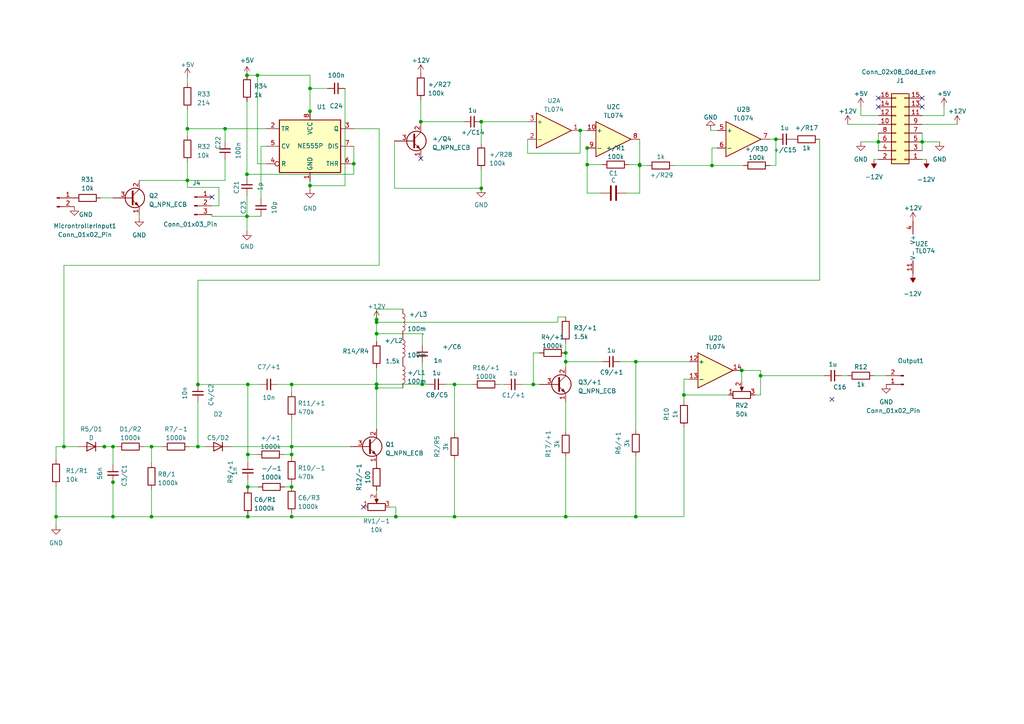
<source format=kicad_sch>
(kicad_sch (version 20230121) (generator eeschema)
  (paper "A4")
  (lib_symbols
    (symbol "Amplifier_Operational:TL074" (pin_names (offset 0.127))
      (property "Reference" "U" (at 0 5.08 0))
      (property "Value" "TL074" (at 0 -5.08 0))
      (symbol "TL074_1_1"
        (polyline (pts (xy -5.08 5.08) (xy 5.08 0) (xy -5.08 -5.08) (xy -5.08 5.08)) (stroke (width 0.254)) (fill (type background)))
        (pin output line (at 7.62 0 180) (length 2.54) (name "~") (number "1"))
        (pin input line (at -7.62 -2.54 0) (length 2.54) (name "-") (number "2"))
        (pin input line (at -7.62 2.54 0) (length 2.54) (name "+") (number "3"))
      )
      (symbol "TL074_2_1"
        (polyline (pts (xy -5.08 5.08) (xy 5.08 0) (xy -5.08 -5.08) (xy -5.08 5.08)) (stroke (width 0.254)) (fill (type background)))
        (pin input line (at -7.62 2.54 0) (length 2.54) (name "+") (number "5"))
        (pin input line (at -7.62 -2.54 0) (length 2.54) (name "-") (number "6"))
        (pin output line (at 7.62 0 180) (length 2.54) (name "~") (number "7"))
      )
      (symbol "TL074_3_1"
        (polyline (pts (xy -5.08 5.08) (xy 5.08 0) (xy -5.08 -5.08) (xy -5.08 5.08)) (stroke (width 0.254)) (fill (type background)))
        (pin input line (at -7.62 2.54 0) (length 2.54) (name "+") (number "10"))
        (pin output line (at 7.62 0 180) (length 2.54) (name "~") (number "8"))
        (pin input line (at -7.62 -2.54 0) (length 2.54) (name "-") (number "9"))
      )
      (symbol "TL074_4_1"
        (polyline (pts (xy -5.08 5.08) (xy 5.08 0) (xy -5.08 -5.08) (xy -5.08 5.08)) (stroke (width 0.254)) (fill (type background)))
        (pin input line (at -7.62 2.54 0) (length 2.54) (name "+") (number "12"))
        (pin input line (at -7.62 -2.54 0) (length 2.54) (name "-") (number "13"))
        (pin output line (at 7.62 0 180) (length 2.54) (name "~") (number "14"))
      )
      (symbol "TL074_5_1"
        (pin power_in line (at -2.54 -7.62 90) (length 3.81) (name "V-") (number "11"))
        (pin power_in line (at -2.54 7.62 270) (length 3.81) (name "V+") (number "4"))
      )
    )
    (symbol "Connector:Conn_01x02_Pin" (pin_names (offset 1.016) hide)
      (property "Reference" "J" (at 0 2.54 0))
      (property "Value" "Conn_01x02_Pin" (at 0 -5.08 0))
      (symbol "Conn_01x02_Pin_1_1"
        (polyline (pts (xy 1.27 -2.54) (xy 0.8636 -2.54)) (stroke (width 0.1524)))
        (polyline (pts (xy 1.27 0) (xy 0.8636 0)) (stroke (width 0.1524)))
        (rectangle (start 0.8636 -2.413) (end 0 -2.667) (stroke (width 0.1524)) (fill (type outline)))
        (rectangle (start 0.8636 0.127) (end 0 -0.127) (stroke (width 0.1524)) (fill (type outline)))
        (pin passive line (at 5.08 0 180) (length 3.81) (name "Pin_1") (number "1"))
        (pin passive line (at 5.08 -2.54 180) (length 3.81) (name "Pin_2") (number "2"))
      )
    )
    (symbol "Connector:Conn_01x03_Pin" (pin_names (offset 1.016) hide)
      (property "Reference" "J" (at 0 5.08 0))
      (property "Value" "Conn_01x03_Pin" (at 0 -5.08 0))
      (symbol "Conn_01x03_Pin_1_1"
        (polyline (pts (xy 1.27 -2.54) (xy 0.8636 -2.54)) (stroke (width 0.1524)))
        (polyline (pts (xy 1.27 0) (xy 0.8636 0)) (stroke (width 0.1524)))
        (polyline (pts (xy 1.27 2.54) (xy 0.8636 2.54)) (stroke (width 0.1524)))
        (rectangle (start 0.8636 -2.413) (end 0 -2.667) (stroke (width 0.1524)) (fill (type outline)))
        (rectangle (start 0.8636 0.127) (end 0 -0.127) (stroke (width 0.1524)) (fill (type outline)))
        (rectangle (start 0.8636 2.667) (end 0 2.413) (stroke (width 0.1524)) (fill (type outline)))
        (pin passive line (at 5.08 2.54 180) (length 3.81) (name "Pin_1") (number "1"))
        (pin passive line (at 5.08 0 180) (length 3.81) (name "Pin_2") (number "2"))
        (pin passive line (at 5.08 -2.54 180) (length 3.81) (name "Pin_3") (number "3"))
      )
    )
    (symbol "Connector_Generic:Conn_02x08_Odd_Even" (pin_names (offset 1.016) hide)
      (property "Reference" "J" (at 1.27 10.16 0))
      (property "Value" "Conn_02x08_Odd_Even" (at 1.27 -12.7 0))
      (symbol "Conn_02x08_Odd_Even_1_1"
        (rectangle (start -1.27 -10.033) (end 0 -10.287) (stroke (width 0.1524)))
        (rectangle (start -1.27 -7.493) (end 0 -7.747) (stroke (width 0.1524)))
        (rectangle (start -1.27 -4.953) (end 0 -5.207) (stroke (width 0.1524)))
        (rectangle (start -1.27 -2.413) (end 0 -2.667) (stroke (width 0.1524)))
        (rectangle (start -1.27 0.127) (end 0 -0.127) (stroke (width 0.1524)))
        (rectangle (start -1.27 2.667) (end 0 2.413) (stroke (width 0.1524)))
        (rectangle (start -1.27 5.207) (end 0 4.953) (stroke (width 0.1524)))
        (rectangle (start -1.27 7.747) (end 0 7.493) (stroke (width 0.1524)))
        (rectangle (start -1.27 8.89) (end 3.81 -11.43) (stroke (width 0.254)) (fill (type background)))
        (rectangle (start 3.81 -10.033) (end 2.54 -10.287) (stroke (width 0.1524)))
        (rectangle (start 3.81 -7.493) (end 2.54 -7.747) (stroke (width 0.1524)))
        (rectangle (start 3.81 -4.953) (end 2.54 -5.207) (stroke (width 0.1524)))
        (rectangle (start 3.81 -2.413) (end 2.54 -2.667) (stroke (width 0.1524)))
        (rectangle (start 3.81 0.127) (end 2.54 -0.127) (stroke (width 0.1524)))
        (rectangle (start 3.81 2.667) (end 2.54 2.413) (stroke (width 0.1524)))
        (rectangle (start 3.81 5.207) (end 2.54 4.953) (stroke (width 0.1524)))
        (rectangle (start 3.81 7.747) (end 2.54 7.493) (stroke (width 0.1524)))
        (pin passive line (at -5.08 7.62 0) (length 3.81) (name "Pin_1") (number "1"))
        (pin passive line (at 7.62 -2.54 180) (length 3.81) (name "Pin_10") (number "10"))
        (pin passive line (at -5.08 -5.08 0) (length 3.81) (name "Pin_11") (number "11"))
        (pin passive line (at 7.62 -5.08 180) (length 3.81) (name "Pin_12") (number "12"))
        (pin passive line (at -5.08 -7.62 0) (length 3.81) (name "Pin_13") (number "13"))
        (pin passive line (at 7.62 -7.62 180) (length 3.81) (name "Pin_14") (number "14"))
        (pin passive line (at -5.08 -10.16 0) (length 3.81) (name "Pin_15") (number "15"))
        (pin passive line (at 7.62 -10.16 180) (length 3.81) (name "Pin_16") (number "16"))
        (pin passive line (at 7.62 7.62 180) (length 3.81) (name "Pin_2") (number "2"))
        (pin passive line (at -5.08 5.08 0) (length 3.81) (name "Pin_3") (number "3"))
        (pin passive line (at 7.62 5.08 180) (length 3.81) (name "Pin_4") (number "4"))
        (pin passive line (at -5.08 2.54 0) (length 3.81) (name "Pin_5") (number "5"))
        (pin passive line (at 7.62 2.54 180) (length 3.81) (name "Pin_6") (number "6"))
        (pin passive line (at -5.08 0 0) (length 3.81) (name "Pin_7") (number "7"))
        (pin passive line (at 7.62 0 180) (length 3.81) (name "Pin_8") (number "8"))
        (pin passive line (at -5.08 -2.54 0) (length 3.81) (name "Pin_9") (number "9"))
      )
    )
    (symbol "Device:C" (pin_numbers hide) (pin_names (offset 0.254))
      (property "Reference" "C" (at 0.635 2.54 0))
      (property "Value" "C" (at 0.635 -2.54 0))
      (symbol "C_0_1"
        (polyline (pts (xy -2.032 -0.762) (xy 2.032 -0.762)) (stroke (width 0.508)))
        (polyline (pts (xy -2.032 0.762) (xy 2.032 0.762)) (stroke (width 0.508)))
      )
      (symbol "C_1_1"
        (pin passive line (at 0 3.81 270) (length 2.794) (name "~") (number "1"))
        (pin passive line (at 0 -3.81 90) (length 2.794) (name "~") (number "2"))
      )
    )
    (symbol "Device:C_Small" (pin_numbers hide) (pin_names (offset 0.254) hide)
      (property "Reference" "C" (at 0.254 1.778 0))
      (property "Value" "C_Small" (at 0.254 -2.032 0))
      (symbol "C_Small_0_1"
        (polyline (pts (xy -1.524 -0.508) (xy 1.524 -0.508)) (stroke (width 0.3302)))
        (polyline (pts (xy -1.524 0.508) (xy 1.524 0.508)) (stroke (width 0.3048)))
      )
      (symbol "C_Small_1_1"
        (pin passive line (at 0 2.54 270) (length 2.032) (name "~") (number "1"))
        (pin passive line (at 0 -2.54 90) (length 2.032) (name "~") (number "2"))
      )
    )
    (symbol "Device:D" (pin_numbers hide) (pin_names (offset 1.016) hide)
      (property "Reference" "D" (at 0 2.54 0))
      (property "Value" "D" (at 0 -2.54 0))
      (symbol "D_0_1"
        (polyline (pts (xy -1.27 1.27) (xy -1.27 -1.27)) (stroke (width 0.254)))
        (polyline (pts (xy 1.27 0) (xy -1.27 0)))
        (polyline (pts (xy 1.27 1.27) (xy 1.27 -1.27) (xy -1.27 0) (xy 1.27 1.27)) (stroke (width 0.254)))
      )
      (symbol "D_1_1"
        (pin passive line (at -3.81 0 0) (length 2.54) (name "K") (number "1"))
        (pin passive line (at 3.81 0 180) (length 2.54) (name "A") (number "2"))
      )
    )
    (symbol "Device:L" (pin_numbers hide) (pin_names (offset 1.016) hide)
      (property "Reference" "L" (at -1.27 0 90))
      (property "Value" "L" (at 1.905 0 90))
      (symbol "L_0_1"
        (arc (start 0 -2.54) (mid 0.6323 -1.905) (end 0 -1.27))
        (arc (start 0 -1.27) (mid 0.6323 -0.635) (end 0 0))
        (arc (start 0 0) (mid 0.6323 0.635) (end 0 1.27))
        (arc (start 0 1.27) (mid 0.6323 1.905) (end 0 2.54))
      )
      (symbol "L_1_1"
        (pin passive line (at 0 3.81 270) (length 1.27) (name "1") (number "1"))
        (pin passive line (at 0 -3.81 90) (length 1.27) (name "2") (number "2"))
      )
    )
    (symbol "Device:Q_NPN_ECB" (pin_names (offset 0) hide)
      (property "Reference" "Q" (at 5.08 1.27 0))
      (property "Value" "Q_NPN_ECB" (at 5.08 -1.27 0))
      (symbol "Q_NPN_ECB_0_1"
        (polyline (pts (xy 0.635 0.635) (xy 2.54 2.54)))
        (polyline (pts (xy 0.635 -0.635) (xy 2.54 -2.54) (xy 2.54 -2.54)))
        (polyline (pts (xy 0.635 1.905) (xy 0.635 -1.905) (xy 0.635 -1.905)) (stroke (width 0.508)))
        (polyline (pts (xy 1.27 -1.778) (xy 1.778 -1.27) (xy 2.286 -2.286) (xy 1.27 -1.778) (xy 1.27 -1.778)) (fill (type outline)))
        (circle (center 1.27 0) (radius 2.8194) (stroke (width 0.254)))
      )
      (symbol "Q_NPN_ECB_1_1"
        (pin passive line (at 2.54 -5.08 90) (length 2.54) (name "E") (number "1"))
        (pin passive line (at 2.54 5.08 270) (length 2.54) (name "C") (number "2"))
        (pin passive line (at -5.08 0 0) (length 5.715) (name "B") (number "3"))
      )
    )
    (symbol "Device:R" (pin_numbers hide) (pin_names (offset 0))
      (property "Reference" "R" (at 2.032 0 90))
      (property "Value" "R" (at 0 0 90))
      (symbol "R_0_1"
        (rectangle (start -1.016 -2.54) (end 1.016 2.54) (stroke (width 0.254)))
      )
      (symbol "R_1_1"
        (pin passive line (at 0 3.81 270) (length 1.27) (name "~") (number "1"))
        (pin passive line (at 0 -3.81 90) (length 1.27) (name "~") (number "2"))
      )
    )
    (symbol "Device:R_Potentiometer" (pin_names (offset 1.016) hide)
      (property "Reference" "RV" (at -4.445 0 90))
      (property "Value" "R_Potentiometer" (at -2.54 0 90))
      (symbol "R_Potentiometer_0_1"
        (polyline (pts (xy 2.54 0) (xy 1.524 0)))
        (polyline (pts (xy 1.143 0) (xy 2.286 0.508) (xy 2.286 -0.508) (xy 1.143 0)) (fill (type outline)))
        (rectangle (start 1.016 2.54) (end -1.016 -2.54) (stroke (width 0.254)))
      )
      (symbol "R_Potentiometer_1_1"
        (pin passive line (at 0 3.81 270) (length 1.27) (name "1") (number "1"))
        (pin passive line (at 3.81 0 180) (length 1.27) (name "2") (number "2"))
        (pin passive line (at 0 -3.81 90) (length 1.27) (name "3") (number "3"))
      )
    )
    (symbol "Timer:NE555P"
      (property "Reference" "U" (at -10.16 8.89 0))
      (property "Value" "NE555P" (at 2.54 8.89 0))
      (symbol "NE555P_0_0"
        (pin power_in line (at 0 -10.16 90) (length 2.54) (name "GND") (number "1"))
        (pin power_in line (at 0 10.16 270) (length 2.54) (name "VCC") (number "8"))
      )
      (symbol "NE555P_0_1"
        (rectangle (start -8.89 -7.62) (end 8.89 7.62) (stroke (width 0.254)) (fill (type background)))
        (rectangle (start -8.89 -7.62) (end 8.89 7.62) (stroke (width 0.254)) (fill (type background)))
      )
      (symbol "NE555P_1_1"
        (pin input line (at -12.7 5.08 0) (length 3.81) (name "TR") (number "2"))
        (pin output line (at 12.7 5.08 180) (length 3.81) (name "Q") (number "3"))
        (pin input inverted (at -12.7 -5.08 0) (length 3.81) (name "R") (number "4"))
        (pin input line (at -12.7 0 0) (length 3.81) (name "CV") (number "5"))
        (pin input line (at 12.7 -5.08 180) (length 3.81) (name "THR") (number "6"))
        (pin input line (at 12.7 0 180) (length 3.81) (name "DIS") (number "7"))
      )
    )
    (symbol "power:+12V" (power) (pin_names (offset 0))
      (property "Value" "+12V" (at 0 3.556 0))
      (symbol "+12V_0_1"
        (polyline (pts (xy -0.762 1.27) (xy 0 2.54)))
        (polyline (pts (xy 0 0) (xy 0 2.54)))
        (polyline (pts (xy 0 2.54) (xy 0.762 1.27)))
      )
      (symbol "+12V_1_1"
        (pin power_in line (at 0 0 90) (length 0) hide (name "+12V") (number "1"))
      )
    )
    (symbol "power:+5V" (power) (pin_names (offset 0))
      (property "Value" "+5V" (at 0 3.556 0))
      (symbol "+5V_0_1"
        (polyline (pts (xy -0.762 1.27) (xy 0 2.54)))
        (polyline (pts (xy 0 0) (xy 0 2.54)))
        (polyline (pts (xy 0 2.54) (xy 0.762 1.27)))
      )
      (symbol "+5V_1_1"
        (pin power_in line (at 0 0 90) (length 0) hide (name "+5V") (number "1"))
      )
    )
    (symbol "power:-12V" (power) (pin_names (offset 0))
      (property "Value" "-12V" (at 0 3.81 0))
      (symbol "-12V_0_0"
        (pin power_in line (at 0 0 90) (length 0) hide (name "-12V") (number "1"))
      )
      (symbol "-12V_0_1"
        (polyline (pts (xy 0 0) (xy 0 1.27) (xy 0.762 1.27) (xy 0 2.54) (xy -0.762 1.27) (xy 0 1.27)) (fill (type outline)))
      )
    )
    (symbol "power:GND" (power) (pin_names (offset 0))
      (property "Value" "GND" (at 0 -3.81 0))
      (symbol "GND_0_1"
        (polyline (pts (xy 0 0) (xy 0 -1.27) (xy 1.27 -1.27) (xy 0 -2.54) (xy -1.27 -1.27) (xy 0 -1.27)))
      )
      (symbol "GND_1_1"
        (pin power_in line (at 0 0 270) (length 0) hide (name "GND") (number "1"))
      )
    )
  )
  (junction (at 71.882 111.506))
  (junction (at 170.307 47.752))
  (junction (at 16.256 149.86))
  (junction (at 54.356 37.338))
  (junction (at 109.22 112.522))
  (junction (at 32.766 129.54))
  (junction (at 267.462 41.148))
  (junction (at 184.404 104.902))
  (junction (at 109.22 92.71))
  (junction (at 57.404 129.54))
  (junction (at 57.404 111.506))
  (junction (at 185.547 47.752))
  (junction (at 74.676 21.844))
  (junction (at 43.942 129.54))
  (junction (at 215.138 107.442))
  (junction (at 43.942 149.86))
  (junction (at 71.882 149.86))
  (junction (at 54.356 52.324))
  (junction (at 18.542 129.54))
  (junction (at 71.882 141.224))
  (junction (at 71.628 21.844))
  (junction (at 131.826 111.506))
  (junction (at 154.686 111.506))
  (junction (at 65.278 37.338))
  (junction (at 71.628 50.546))
  (junction (at 109.22 93.472))
  (junction (at 164.084 102.362))
  (junction (at 32.766 139.8524))
  (junction (at 254.762 41.148))
  (junction (at 122.047 35.306))
  (junction (at 198.374 114.554))
  (junction (at 71.882 131.826))
  (junction (at 84.582 131.826))
  (junction (at 122.4788 111.4552))
  (junction (at 184.404 149.86))
  (junction (at 84.582 149.86))
  (junction (at 89.916 25.654))
  (junction (at 84.582 111.506))
  (junction (at 225.044 40.386))
  (junction (at 168.275 37.846))
  (junction (at 220.599 108.966))
  (junction (at 84.582 129.54))
  (junction (at 131.826 149.86))
  (junction (at 109.22 96.774))
  (junction (at 164.084 104.902))
  (junction (at 30.2768 129.54))
  (junction (at 206.502 48.006))
  (junction (at 139.573 35.306))
  (junction (at 102.616 47.498))
  (junction (at 89.916 32.258))
  (junction (at 139.573 54.61))
  (junction (at 170.307 42.926))
  (junction (at 89.916 53.848))
  (junction (at 109.22 111.4552))
  (junction (at 109.22 111.506))
  (junction (at 185.547 48.006))
  (junction (at 164.084 149.86))
  (junction (at 71.628 62.738))
  (junction (at 32.766 149.86))
  (junction (at 84.582 141.224))
  (junction (at 114.808 149.86))
  (no_connect (at 254.762 28.448))
  (no_connect (at 267.462 28.448))
  (no_connect (at 267.462 30.988))
  (no_connect (at 122.047 45.974))
  (no_connect (at 241.3 115.824))
  (no_connect (at 105.41 147.066))
  (no_connect (at 61.468 57.15))
  (no_connect (at 254.762 30.988))
  (wire (pts (xy 184.404 132.334) (xy 184.404 149.86)))
  (wire (pts (xy 184.404 104.902) (xy 179.832 104.902)))
  (wire (pts (xy 109.22 111.506) (xy 109.22 112.522)))
  (wire (pts (xy 122.4788 111.4552) (xy 124.1044 111.4552)))
  (wire (pts (xy 54.356 37.338) (xy 54.356 39.37)))
  (wire (pts (xy 40.386 52.324) (xy 54.356 52.324)))
  (wire (pts (xy 114.427 54.61) (xy 139.573 54.61)))
  (wire (pts (xy 170.307 42.926) (xy 170.307 47.752)))
  (wire (pts (xy 84.582 149.86) (xy 114.808 149.86)))
  (wire (pts (xy 109.22 106.68) (xy 109.22 111.4552)))
  (wire (pts (xy 168.275 44.45) (xy 168.275 37.846)))
  (wire (pts (xy 122.7328 97.028) (xy 122.7328 96.774)))
  (wire (pts (xy 164.084 102.362) (xy 164.084 104.902)))
  (wire (pts (xy 198.374 114.554) (xy 211.328 114.554)))
  (wire (pts (xy 109.982 76.962) (xy 18.542 76.962)))
  (wire (pts (xy 198.374 109.982) (xy 199.898 109.982)))
  (wire (pts (xy 32.766 139.7) (xy 32.766 139.8524)))
  (wire (pts (xy 198.374 109.982) (xy 198.374 114.554)))
  (wire (pts (xy 254.762 41.148) (xy 254.762 43.688)))
  (wire (pts (xy 122.4788 97.028) (xy 122.4788 100.1268)))
  (wire (pts (xy 84.582 129.54) (xy 101.6 129.54)))
  (wire (pts (xy 43.942 141.986) (xy 43.942 149.86)))
  (wire (pts (xy 89.916 21.844) (xy 74.676 21.844)))
  (wire (pts (xy 102.616 42.418) (xy 102.616 47.498)))
  (wire (pts (xy 134.493 35.306) (xy 122.047 35.306)))
  (wire (pts (xy 71.628 62.738) (xy 71.628 67.056)))
  (wire (pts (xy 131.826 133.35) (xy 131.826 149.86)))
  (wire (pts (xy 16.256 149.86) (xy 32.766 149.86)))
  (wire (pts (xy 75.692 57.658) (xy 75.692 42.418)))
  (wire (pts (xy 100.076 53.848) (xy 89.916 53.848)))
  (wire (pts (xy 71.628 62.738) (xy 75.692 62.738)))
  (wire (pts (xy 40.386 62.484) (xy 40.386 63.119)))
  (wire (pts (xy 89.916 53.848) (xy 89.916 54.864)))
  (wire (pts (xy 61.468 62.23) (xy 61.468 62.738)))
  (wire (pts (xy 249.682 33.528) (xy 254.762 33.528)))
  (wire (pts (xy 102.616 50.546) (xy 102.616 47.498)))
  (wire (pts (xy 32.766 129.54) (xy 32.766 134.7724)))
  (wire (pts (xy 80.518 111.506) (xy 84.582 111.506)))
  (wire (pts (xy 174.117 56.007) (xy 170.307 56.007)))
  (wire (pts (xy 168.275 37.846) (xy 170.307 37.846)))
  (wire (pts (xy 237.744 40.386) (xy 237.744 81.28)))
  (wire (pts (xy 253.492 46.228) (xy 254.762 46.228)))
  (wire (pts (xy 153.035 44.45) (xy 168.275 44.45)))
  (wire (pts (xy 206.502 42.926) (xy 206.502 48.006)))
  (wire (pts (xy 75.692 42.418) (xy 77.216 42.418)))
  (wire (pts (xy 245.872 36.068) (xy 254.762 36.068)))
  (wire (pts (xy 43.942 129.54) (xy 43.942 134.366)))
  (wire (pts (xy 170.307 42.672) (xy 170.307 42.926)))
  (wire (pts (xy 185.547 40.386) (xy 185.547 47.752)))
  (wire (pts (xy 54.356 46.99) (xy 54.356 52.324)))
  (wire (pts (xy 220.599 107.442) (xy 220.599 108.966)))
  (wire (pts (xy 137.16 111.506) (xy 131.826 111.506)))
  (wire (pts (xy 185.547 56.007) (xy 181.737 56.007)))
  (wire (pts (xy 185.547 48.006) (xy 187.833 48.006)))
  (wire (pts (xy 30.226 129.54) (xy 30.2768 129.54)))
  (wire (pts (xy 144.78 111.506) (xy 146.304 111.506)))
  (wire (pts (xy 184.404 124.714) (xy 184.404 104.902)))
  (wire (pts (xy 71.628 50.546) (xy 71.628 51.562)))
  (wire (pts (xy 218.948 114.554) (xy 220.599 114.554)))
  (wire (pts (xy 43.942 149.86) (xy 71.882 149.86)))
  (wire (pts (xy 89.916 32.258) (xy 89.916 34.29)))
  (wire (pts (xy 182.372 47.752) (xy 185.547 47.752)))
  (wire (pts (xy 71.882 131.826) (xy 71.882 134.112)))
  (wire (pts (xy 84.582 111.506) (xy 109.22 111.506)))
  (wire (pts (xy 71.882 149.352) (xy 71.882 149.86)))
  (wire (pts (xy 63.5 54.356) (xy 63.5 59.69)))
  (wire (pts (xy 16.256 149.86) (xy 16.256 152.4)))
  (wire (pts (xy 32.766 139.8524) (xy 32.766 149.86)))
  (wire (pts (xy 84.582 111.506) (xy 84.582 113.792)))
  (wire (pts (xy 54.356 22.352) (xy 54.356 24.13)))
  (wire (pts (xy 139.573 35.306) (xy 153.035 35.306)))
  (wire (pts (xy 41.656 129.54) (xy 43.942 129.54)))
  (wire (pts (xy 153.035 40.386) (xy 153.035 44.45)))
  (wire (pts (xy 223.266 48.006) (xy 225.044 48.006)))
  (wire (pts (xy 225.044 40.386) (xy 225.044 48.006)))
  (wire (pts (xy 71.882 111.506) (xy 75.438 111.506)))
  (wire (pts (xy 84.582 131.826) (xy 84.582 132.588)))
  (wire (pts (xy 71.882 149.86) (xy 84.582 149.86)))
  (wire (pts (xy 164.084 104.902) (xy 174.752 104.902)))
  (wire (pts (xy 74.676 21.844) (xy 71.628 21.844)))
  (wire (pts (xy 113.03 147.066) (xy 114.808 147.066)))
  (wire (pts (xy 215.138 107.442) (xy 220.599 107.442)))
  (wire (pts (xy 151.384 111.506) (xy 154.686 111.506)))
  (wire (pts (xy 114.808 147.066) (xy 114.808 149.86)))
  (wire (pts (xy 109.22 89.662) (xy 109.22 92.71)))
  (wire (pts (xy 109.22 96.774) (xy 122.7328 96.774)))
  (wire (pts (xy 32.766 149.86) (xy 43.942 149.86)))
  (wire (pts (xy 185.547 47.752) (xy 185.547 48.006)))
  (wire (pts (xy 267.462 36.068) (xy 277.622 36.068)))
  (wire (pts (xy 71.882 141.224) (xy 74.93 141.224)))
  (wire (pts (xy 114.427 40.894) (xy 114.427 54.61)))
  (wire (pts (xy 65.278 41.148) (xy 65.278 37.338)))
  (wire (pts (xy 198.374 114.554) (xy 198.374 116.332)))
  (wire (pts (xy 109.22 92.71) (xy 109.22 93.472)))
  (wire (pts (xy 215.138 107.442) (xy 215.138 110.744)))
  (wire (pts (xy 131.826 111.4552) (xy 131.826 111.506)))
  (wire (pts (xy 122.4788 105.2068) (xy 122.4788 111.4552)))
  (wire (pts (xy 77.216 47.498) (xy 74.676 47.498)))
  (wire (pts (xy 254.762 38.608) (xy 254.762 41.148)))
  (wire (pts (xy 170.307 56.007) (xy 170.307 47.752)))
  (wire (pts (xy 129.1844 111.4552) (xy 131.826 111.4552)))
  (wire (pts (xy 84.582 140.208) (xy 84.582 141.224)))
  (wire (pts (xy 122.7328 97.028) (xy 122.4788 97.028)))
  (wire (pts (xy 67.056 129.54) (xy 84.582 129.54)))
  (wire (pts (xy 161.798 91.948) (xy 164.084 91.948)))
  (wire (pts (xy 63.5 59.69) (xy 61.468 59.69)))
  (wire (pts (xy 109.22 93.472) (xy 161.798 93.472)))
  (wire (pts (xy 206.502 42.926) (xy 208.026 42.926)))
  (wire (pts (xy 109.22 112.522) (xy 109.22 124.46)))
  (wire (pts (xy 65.278 37.338) (xy 77.216 37.338)))
  (wire (pts (xy 114.808 149.86) (xy 131.826 149.86)))
  (wire (pts (xy 74.676 131.826) (xy 71.882 131.826)))
  (wire (pts (xy 18.542 129.54) (xy 22.6568 129.54)))
  (wire (pts (xy 57.404 129.54) (xy 59.436 129.54)))
  (wire (pts (xy 184.404 149.86) (xy 164.084 149.86)))
  (wire (pts (xy 249.682 41.148) (xy 254.762 41.148)))
  (wire (pts (xy 71.882 139.192) (xy 71.882 141.224)))
  (wire (pts (xy 139.573 35.306) (xy 139.573 41.656)))
  (wire (pts (xy 164.084 132.588) (xy 164.084 149.86)))
  (wire (pts (xy 109.982 37.338) (xy 109.982 76.962)))
  (wire (pts (xy 89.916 52.578) (xy 89.916 53.848)))
  (wire (pts (xy 57.404 81.28) (xy 57.404 111.506)))
  (wire (pts (xy 89.916 21.844) (xy 89.916 25.654)))
  (wire (pts (xy 198.374 149.86) (xy 184.404 149.86)))
  (wire (pts (xy 30.2768 129.54) (xy 32.766 129.54)))
  (wire (pts (xy 109.22 112.522) (xy 116.84 112.522)))
  (wire (pts (xy 65.278 46.228) (xy 65.278 52.324)))
  (wire (pts (xy 57.404 111.506) (xy 71.882 111.506)))
  (wire (pts (xy 164.084 99.568) (xy 164.084 102.362)))
  (wire (pts (xy 267.462 41.148) (xy 272.542 41.148)))
  (wire (pts (xy 54.356 52.324) (xy 54.356 54.356)))
  (wire (pts (xy 116.84 89.662) (xy 109.22 89.662)))
  (wire (pts (xy 54.356 54.356) (xy 63.5 54.356)))
  (wire (pts (xy 206.121 37.846) (xy 206.121 37.592)))
  (wire (pts (xy 122.047 28.956) (xy 122.047 35.306)))
  (wire (pts (xy 94.996 25.654) (xy 89.916 25.654)))
  (wire (pts (xy 122.047 35.306) (xy 122.047 35.814)))
  (wire (pts (xy 208.026 37.846) (xy 206.121 37.846)))
  (wire (pts (xy 161.798 93.472) (xy 161.798 91.948)))
  (wire (pts (xy 206.502 48.006) (xy 215.646 48.006)))
  (wire (pts (xy 61.468 62.738) (xy 71.628 62.738)))
  (wire (pts (xy 109.22 111.4552) (xy 122.4788 111.4552)))
  (wire (pts (xy 109.22 96.774) (xy 109.22 99.06)))
  (wire (pts (xy 84.582 148.844) (xy 84.582 149.86)))
  (wire (pts (xy 185.547 48.006) (xy 185.547 56.007)))
  (wire (pts (xy 154.686 102.362) (xy 154.686 111.506)))
  (wire (pts (xy 71.882 141.732) (xy 71.882 141.224)))
  (wire (pts (xy 164.084 116.586) (xy 164.084 124.968)))
  (wire (pts (xy 84.582 129.54) (xy 84.582 131.826)))
  (wire (pts (xy 273.812 33.528) (xy 273.812 30.988)))
  (wire (pts (xy 267.462 38.608) (xy 267.462 41.148)))
  (wire (pts (xy 220.599 108.966) (xy 220.599 114.554)))
  (wire (pts (xy 267.462 41.148) (xy 267.462 43.688)))
  (wire (pts (xy 82.296 131.826) (xy 84.582 131.826)))
  (wire (pts (xy 267.462 33.528) (xy 273.812 33.528)))
  (wire (pts (xy 54.864 129.54) (xy 57.404 129.54)))
  (wire (pts (xy 237.744 81.28) (xy 57.404 81.28)))
  (wire (pts (xy 16.256 129.54) (xy 16.256 133.35)))
  (wire (pts (xy 74.676 21.844) (xy 74.676 47.498)))
  (wire (pts (xy 100.076 25.654) (xy 100.076 53.848)))
  (wire (pts (xy 223.266 40.386) (xy 225.044 40.386)))
  (wire (pts (xy 89.916 25.654) (xy 89.916 32.258)))
  (wire (pts (xy 253.492 108.966) (xy 257.048 108.966)))
  (wire (pts (xy 43.942 129.54) (xy 47.244 129.54)))
  (wire (pts (xy 109.22 93.472) (xy 109.22 96.774)))
  (wire (pts (xy 16.256 129.54) (xy 18.542 129.54)))
  (wire (pts (xy 71.628 50.546) (xy 102.616 50.546)))
  (wire (pts (xy 57.404 116.586) (xy 57.404 129.54)))
  (wire (pts (xy 131.826 111.506) (xy 131.826 125.73)))
  (wire (pts (xy 244.094 108.966) (xy 245.872 108.966)))
  (wire (pts (xy 54.356 52.324) (xy 65.278 52.324)))
  (wire (pts (xy 71.628 29.464) (xy 71.628 50.546)))
  (wire (pts (xy 154.686 111.506) (xy 156.464 111.506)))
  (wire (pts (xy 198.374 123.952) (xy 198.374 149.86)))
  (wire (pts (xy 267.462 46.228) (xy 268.732 46.228)))
  (wire (pts (xy 109.22 111.4552) (xy 109.22 111.506)))
  (wire (pts (xy 102.616 37.338) (xy 109.982 37.338)))
  (wire (pts (xy 16.256 140.97) (xy 16.256 149.86)))
  (wire (pts (xy 82.55 141.224) (xy 84.582 141.224)))
  (wire (pts (xy 164.084 149.86) (xy 131.826 149.86)))
  (wire (pts (xy 249.682 30.988) (xy 249.682 33.528)))
  (wire (pts (xy 18.542 76.962) (xy 18.542 129.54)))
  (wire (pts (xy 29.21 57.404) (xy 32.766 57.404)))
  (wire (pts (xy 71.882 111.506) (xy 71.882 131.826)))
  (wire (pts (xy 54.356 31.75) (xy 54.356 37.338)))
  (wire (pts (xy 139.573 49.276) (xy 139.573 54.61)))
  (wire (pts (xy 220.599 108.966) (xy 239.014 108.966)))
  (wire (pts (xy 170.307 47.752) (xy 174.752 47.752)))
  (wire (pts (xy 184.404 104.902) (xy 199.898 104.902)))
  (wire (pts (xy 71.628 56.642) (xy 71.628 62.738)))
  (wire (pts (xy 164.084 104.902) (xy 164.084 106.426)))
  (wire (pts (xy 65.278 37.338) (xy 54.356 37.338)))
  (wire (pts (xy 156.464 102.362) (xy 154.686 102.362)))
  (wire (pts (xy 84.582 121.412) (xy 84.582 129.54)))
  (wire (pts (xy 109.22 142.24) (xy 109.22 143.256)))
  (wire (pts (xy 32.766 129.54) (xy 34.036 129.54)))
  (wire (pts (xy 195.453 48.006) (xy 206.502 48.006)))
  (symbol (lib_id "Device:R_Potentiometer") (at 215.138 114.554 90) (unit 1)
    (property "Reference" "RV2" (at 215.138 117.602 90))
    (property "Value" "50k" (at 215.138 120.142 90))
    (property "Footprint" "Connector_JST:JST_EH_S3B-EH_1x03_P2.50mm_Horizontal" (effects hide))
  )
  (symbol (lib_id "Device:L") (at 116.84 108.712 0) (unit 1)
    (property "Reference" "+/L1" (at 118.11 108.077 0) (effects (justify left)))
    (property "Value" "100m" (at 118.11 110.617 0) (effects (justify left)))
    (property "Footprint" "Inductor_THT:L_Radial_D12.0mm_P6.00mm_Murata_1900R" (effects hide))
  )
  (symbol (lib_id "Device:R") (at 122.047 25.146 0) (unit 1)
    (property "Reference" "+/R27" (at 124.079 24.511 0) (effects (justify left)))
    (property "Value" "100k" (at 124.079 27.051 0) (effects (justify left)))
    (property "Footprint" "Resistor_SMD:R_1206_3216Metric_Pad1.30x1.75mm_HandSolder" (effects hide))
  )
  (symbol (lib_id "power:+5V") (at 54.356 22.352 0) (unit 1)
    (property "Reference" "#PWR015" (effects hide))
    (property "Value" "+5V" (at 54.356 18.796 0))
  )
  (symbol (lib_id "Connector_Generic:Conn_02x08_Odd_Even") (at 262.382 38.608 180) (unit 1)
    (property "Reference" "J1" (at 261.112 23.368 0))
    (property "Value" "Conn_02x08_Odd_Even" (at 260.7056 20.8788 0))
    (property "Footprint" "Connector_IDC:IDC-Header_2x08_P2.54mm_Vertical_SMD" (effects hide))
  )
  (symbol (lib_id "power:+5V") (at 71.628 21.844 0) (unit 1)
    (property "Reference" "#PWR013" (effects hide))
    (property "Value" "+5V" (at 71.628 17.526 0))
  )
  (symbol (lib_id "Amplifier_Operational:TL074") (at 267.335 71.755 0) (unit 5)
    (property "Reference" "U2" (at 265.43 70.731 0) (effects (justify left)))
    (property "Value" "TL074" (at 265.43 72.779 0) (effects (justify left)))
    (property "Datasheet" "http://www.ti.com/lit/ds/symlink/tl071.pdf" (effects hide))
  )
  (symbol (lib_id "Device:R") (at 184.404 128.524 180) (unit 1)
    (property "Reference" "R6/+1" (at 179.324 128.524 90))
    (property "Value" "3k" (at 181.864 128.524 90))
    (property "Footprint" "Resistor_SMD:R_1206_3216Metric_Pad1.30x1.75mm_HandSolder" (effects hide))
  )
  (symbol (lib_id "Device:C_Small") (at 241.554 108.966 90) (unit 1)
    (property "Reference" "C16" (at 243.586 112.268 90))
    (property "Value" "1u" (at 241.5603 105.664 90))
    (property "Footprint" "Capacitor_SMD:C_1206_3216Metric_Pad1.33x1.80mm_HandSolder" (effects hide))
  )
  (symbol (lib_id "Device:R") (at 51.054 129.54 90) (unit 1)
    (property "Reference" "R7/-1" (at 51.054 124.46 90))
    (property "Value" "1000k" (at 51.054 127 90))
    (property "Footprint" "Resistor_SMD:R_1206_3216Metric_Pad1.30x1.75mm_HandSolder" (effects hide))
  )
  (symbol (lib_id "power:GND") (at 139.573 54.61 0) (unit 1)
    (property "Reference" "#PWR022" (effects hide))
    (property "Value" "GND" (at 139.573 59.436 0))
  )
  (symbol (lib_id "Device:Q_NPN_ECB") (at 37.846 57.404 0) (unit 1)
    (property "Reference" "Q2" (at 43.18 56.769 0) (effects (justify left)))
    (property "Value" "Q_NPN_ECB" (at 43.18 59.309 0) (effects (justify left)))
    (property "Footprint" "Package_TO_SOT_SMD:SOT-23-3" (effects hide))
  )
  (symbol (lib_id "Device:R") (at 78.74 141.224 270) (unit 1)
    (property "Reference" "-/-1" (at 78.74 135.89 90))
    (property "Value" "1000k" (at 78.74 138.43 90))
    (property "Footprint" "Resistor_SMD:R_1206_3216Metric_Pad1.30x1.75mm_HandSolder" (effects hide))
  )
  (symbol (lib_id "Device:Q_NPN_ECB") (at 119.507 40.894 0) (unit 1)
    (property "Reference" "+/Q4" (at 125.349 40.259 0) (effects (justify left)))
    (property "Value" "Q_NPN_ECB" (at 125.349 42.799 0) (effects (justify left)))
    (property "Footprint" "Package_TO_SOT_SMD:SOT-23-3" (effects hide))
  )
  (symbol (lib_id "power:GND") (at 272.542 41.148 0) (unit 1)
    (property "Reference" "#PWR04" (effects hide))
    (property "Value" "GND" (at 272.542 46.228 0))
  )
  (symbol (lib_id "Device:R") (at 71.882 145.542 0) (unit 1)
    (property "Reference" "C6/R1" (at 73.66 144.907 0) (effects (justify left)))
    (property "Value" "1000k" (at 73.66 147.447 0) (effects (justify left)))
    (property "Footprint" "Resistor_SMD:R_1206_3216Metric_Pad1.30x1.75mm_HandSolder" (effects hide))
  )
  (symbol (lib_id "Device:R") (at 191.643 48.006 90) (unit 1)
    (property "Reference" "+/R29" (at 191.897 50.8 90))
    (property "Value" "1k" (at 191.643 45.466 90))
    (property "Footprint" "Resistor_SMD:R_1206_3216Metric_Pad1.30x1.75mm_HandSolder" (effects hide))
  )
  (symbol (lib_id "Device:C_Small") (at 227.584 40.386 90) (unit 1)
    (property "Reference" "+/C15" (at 227.6856 43.4848 90))
    (property "Value" "1u" (at 227.5903 37.084 90))
    (property "Footprint" "Capacitor_SMD:C_1206_3216Metric_Pad1.33x1.80mm_HandSolder" (effects hide))
  )
  (symbol (lib_id "Device:C_Small") (at 122.4788 102.6668 0) (unit 1)
    (property "Reference" "+/C6" (at 128.27 100.584 0) (effects (justify left)))
    (property "Value" "1n" (at 125.73 104.5781 0) (effects (justify left)))
    (property "Footprint" "Capacitor_SMD:C_1206_3216Metric_Pad1.33x1.80mm_HandSolder" (effects hide))
  )
  (symbol (lib_id "power:-12V") (at 253.492 46.228 180) (unit 1)
    (property "Reference" "#PWR01" (effects hide))
    (property "Value" "-12V" (at 253.492 51.308 0))
  )
  (symbol (lib_id "power:GND") (at 21.59 59.944 0) (unit 1)
    (property "Reference" "#PWR020" (effects hide))
    (property "Value" "GND" (at 24.892 62.23 0))
  )
  (symbol (lib_id "Device:R") (at 25.4 57.404 90) (unit 1)
    (property "Reference" "R31" (at 25.4 52.07 90))
    (property "Value" "10k" (at 25.4 54.61 90))
    (property "Footprint" "Resistor_SMD:R_1206_3216Metric_Pad1.30x1.75mm_HandSolder" (effects hide))
  )
  (symbol (lib_id "Device:C_Small") (at 65.278 43.688 180) (unit 1)
    (property "Reference" "C22" (at 63.246 41.402 90))
    (property "Value" "100n" (at 69.088 43.688 90))
    (property "Footprint" "Capacitor_SMD:C_1206_3216Metric_Pad1.33x1.80mm_HandSolder" (effects hide))
  )
  (symbol (lib_id "Device:R") (at 84.582 145.034 0) (unit 1)
    (property "Reference" "C6/R3" (at 86.36 144.399 0) (effects (justify left)))
    (property "Value" "1000k" (at 86.36 146.939 0) (effects (justify left)))
    (property "Footprint" "Resistor_SMD:R_1206_3216Metric_Pad1.30x1.75mm_HandSolder" (effects hide))
  )
  (symbol (lib_id "Device:R") (at 131.826 129.54 180) (unit 1)
    (property "Reference" "R2/R5" (at 126.746 129.54 90))
    (property "Value" "3k" (at 129.286 129.54 90))
    (property "Footprint" "Resistor_SMD:R_1206_3216Metric_Pad1.30x1.75mm_HandSolder" (effects hide))
  )
  (symbol (lib_id "Device:R") (at 160.274 102.362 270) (unit 1)
    (property "Reference" "R4/+1" (at 160.274 97.79 90))
    (property "Value" "1000k" (at 160.274 100.33 90))
    (property "Footprint" "Resistor_SMD:R_1206_3216Metric_Pad1.30x1.75mm_HandSolder" (effects hide))
  )
  (symbol (lib_id "power:+12V") (at 245.872 36.068 0) (unit 1)
    (property "Reference" "#PWR06" (effects hide))
    (property "Value" "+12V" (at 245.872 32.258 0))
  )
  (symbol (lib_id "Device:R") (at 78.486 131.826 270) (unit 1)
    (property "Reference" "+/+1" (at 78.486 127 90))
    (property "Value" "1000k" (at 78.486 129.54 90))
    (property "Footprint" "Resistor_SMD:R_1206_3216Metric_Pad1.30x1.75mm_HandSolder" (effects hide))
  )
  (symbol (lib_id "Device:R") (at 71.628 25.654 0) (unit 1)
    (property "Reference" "R34" (at 73.66 25.019 0) (effects (justify left)))
    (property "Value" "1k" (at 73.66 27.559 0) (effects (justify left)))
    (property "Footprint" "Resistor_SMD:R_1206_3216Metric_Pad1.30x1.75mm_HandSolder" (effects hide))
  )
  (symbol (lib_id "power:+12V") (at 277.622 36.068 0) (unit 1)
    (property "Reference" "#PWR07" (effects hide))
    (property "Value" "+12V" (at 277.622 32.258 0))
  )
  (symbol (lib_id "power:GND") (at 257.048 111.506 0) (unit 1)
    (property "Reference" "#PWR017" (effects hide))
    (property "Value" "GND" (at 257.048 116.586 0))
  )
  (symbol (lib_id "Connector:Conn_01x03_Pin") (at 56.388 59.69 0) (unit 1)
    (property "Reference" "J4" (at 57.023 53.086 0))
    (property "Value" "Conn_01x03_Pin" (at 55.2196 65.0748 0))
    (property "Footprint" "Connector_JST:JST_EH_S3B-EH_1x03_P2.50mm_Horizontal" (effects hide))
  )
  (symbol (lib_id "Device:R") (at 109.22 102.87 0) (unit 1)
    (property "Reference" "R14/R4" (at 99.314 101.854 0) (effects (justify left)))
    (property "Value" "1.5k" (at 111.76 104.775 0) (effects (justify left)))
    (property "Footprint" "Resistor_SMD:R_1206_3216Metric_Pad1.30x1.75mm_HandSolder" (effects hide))
  )
  (symbol (lib_id "power:GND") (at 206.121 37.592 0) (mirror x) (unit 1)
    (property "Reference" "#PWR019" (effects hide))
    (property "Value" "GND" (at 206.121 34.036 0))
  )
  (symbol (lib_id "power:+5V") (at 249.682 30.988 0) (unit 1)
    (property "Reference" "#PWR09" (effects hide))
    (property "Value" "+5V" (at 249.682 27.178 0))
  )
  (symbol (lib_id "Connector:Conn_01x02_Pin") (at 16.51 57.404 0) (unit 1)
    (property "Reference" "MicrontrollerInput1" (at 24.638 65.532 0))
    (property "Value" "Conn_01x02_Pin" (at 24.638 68.072 0))
    (property "Footprint" "Connector_JST:JST_EH_S2B-EH_1x02_P2.50mm_Horizontal" (effects hide))
  )
  (symbol (lib_id "Device:R") (at 84.582 117.602 0) (unit 1)
    (property "Reference" "R11/+1" (at 86.36 116.967 0) (effects (justify left)))
    (property "Value" "470k" (at 86.36 119.507 0) (effects (justify left)))
    (property "Footprint" "Resistor_SMD:R_1206_3216Metric_Pad1.30x1.75mm_HandSolder" (effects hide))
  )
  (symbol (lib_id "Device:C") (at 177.927 56.007 90) (unit 1)
    (property "Reference" "C1" (at 177.927 50.268 90))
    (property "Value" "C" (at 177.927 52.316 90))
  )
  (symbol (lib_id "Device:R") (at 164.084 128.778 180) (unit 1)
    (property "Reference" "R17/+1" (at 159.004 128.778 90))
    (property "Value" "3k" (at 161.544 128.778 90))
    (property "Footprint" "Resistor_SMD:R_1206_3216Metric_Pad1.30x1.75mm_HandSolder" (effects hide))
  )
  (symbol (lib_id "power:GND") (at 71.628 67.056 0) (unit 1)
    (property "Reference" "#PWR014" (effects hide))
    (property "Value" "GND" (at 71.628 71.501 0))
  )
  (symbol (lib_id "Device:C_Small") (at 137.033 35.306 90) (unit 1)
    (property "Reference" "+/C14" (at 137.1346 38.4048 90))
    (property "Value" "1u" (at 137.0393 32.004 90))
    (property "Footprint" "Capacitor_SMD:C_1206_3216Metric_Pad1.33x1.80mm_HandSolder" (effects hide))
  )
  (symbol (lib_id "Device:C_Small") (at 126.6444 111.4552 90) (unit 1)
    (property "Reference" "C8/C5" (at 126.746 114.554 90))
    (property "Value" "1u" (at 126.6507 108.1532 90))
    (property "Footprint" "Capacitor_SMD:C_1206_3216Metric_Pad1.33x1.80mm_HandSolder" (effects hide))
  )
  (symbol (lib_id "power:GND") (at 16.256 152.4 0) (unit 1)
    (property "Reference" "#PWR012" (effects hide))
    (property "Value" "GND" (at 16.256 157.48 0))
  )
  (symbol (lib_id "Device:R_Potentiometer") (at 109.22 147.066 90) (unit 1)
    (property "Reference" "RV1/-1" (at 109.22 151.13 90))
    (property "Value" "10k" (at 109.22 153.67 90))
    (property "Footprint" "Connector_JST:JST_EH_S3B-EH_1x03_P2.50mm_Horizontal" (effects hide))
  )
  (symbol (lib_id "Connector:Conn_01x02_Pin") (at 262.128 111.506 180) (unit 1)
    (property "Reference" "Output1" (at 260.35 104.648 0) (effects (justify right)))
    (property "Value" "Conn_01x02_Pin" (at 251.206 119.126 0) (effects (justify right)))
    (property "Footprint" "Connector_JST:JST_EH_S2B-EH_1x02_P2.50mm_Horizontal" (effects hide))
  )
  (symbol (lib_id "Device:D") (at 63.246 129.54 180) (unit 1)
    (property "Reference" "D2" (at 63.246 120.142 0))
    (property "Value" "C5/D2" (at 63.246 127 0))
    (property "Footprint" "Diode_SMD:D_1206_3216Metric_Pad1.42x1.75mm_HandSolder" (effects hide))
    (property "Sim.Device" "D" (effects hide))
    (property "Sim.Pins" "1=K 2=A" (effects hide))
  )
  (symbol (lib_id "Device:C_Small") (at 75.692 60.198 180) (unit 1)
    (property "Reference" "C23" (at 70.612 60.1917 90))
    (property "Value" "10p" (at 79.502 60.198 90))
    (property "Footprint" "Capacitor_SMD:C_1206_3216Metric_Pad1.33x1.80mm_HandSolder" (effects hide))
  )
  (symbol (lib_id "power:+5V") (at 273.812 30.988 0) (unit 1)
    (property "Reference" "#PWR08" (effects hide))
    (property "Value" "+5V" (at 273.812 27.178 0))
  )
  (symbol (lib_id "Timer:NE555P") (at 89.916 42.418 0) (unit 1)
    (property "Reference" "U1" (at 91.8719 30.988 0) (effects (justify left)))
    (property "Value" "NE555P" (at 86.2076 42.3164 0) (effects (justify left)))
    (property "Footprint" "Package_DIP:DIP-8_W7.62mm" (effects hide))
    (property "Datasheet" "http://www.ti.com/lit/ds/symlink/ne555.pdf" (effects hide))
  )
  (symbol (lib_id "Amplifier_Operational:TL074") (at 215.646 40.386 0) (unit 2)
    (property "Reference" "U2" (at 215.646 31.75 0))
    (property "Value" "TL074" (at 215.646 34.29 0))
    (property "Footprint" "Package_DIP:DIP-14_W7.62mm" (effects hide))
    (property "Datasheet" "http://www.ti.com/lit/ds/symlink/tl071.pdf" (effects hide))
  )
  (symbol (lib_id "Device:L") (at 116.84 101.092 0) (unit 1)
    (property "Reference" "+/L2" (at 111.506 98.806 0) (effects (justify left)))
    (property "Value" "100m" (at 118.11 102.997 0) (effects (justify left)))
    (property "Footprint" "Inductor_THT:L_Radial_D12.0mm_P6.00mm_Murata_1900R" (effects hide))
  )
  (symbol (lib_id "Device:C_Small") (at 71.882 136.652 0) (unit 1)
    (property "Reference" "R9/+1" (at 66.802 136.906 90))
    (property "Value" "1n" (at 68.072 136.652 90))
    (property "Footprint" "Capacitor_SMD:C_1206_3216Metric_Pad1.33x1.80mm_HandSolder" (effects hide))
  )
  (symbol (lib_id "Device:R") (at 140.97 111.506 270) (unit 1)
    (property "Reference" "R16/+1" (at 140.97 106.68 90))
    (property "Value" "1000k" (at 140.97 109.22 90))
    (property "Footprint" "Resistor_SMD:R_1206_3216Metric_Pad1.30x1.75mm_HandSolder" (effects hide))
  )
  (symbol (lib_id "Device:C_Small") (at 148.844 111.506 90) (unit 1)
    (property "Reference" "C1/+1" (at 148.9456 114.6048 90))
    (property "Value" "1u" (at 148.8503 108.204 90))
    (property "Footprint" "Capacitor_SMD:C_1206_3216Metric_Pad1.33x1.80mm_HandSolder" (effects hide))
  )
  (symbol (lib_id "power:GND") (at 40.386 63.119 0) (unit 1)
    (property "Reference" "#PWR018" (effects hide))
    (property "Value" "GND" (at 40.386 68.199 0))
  )
  (symbol (lib_id "Device:R") (at 139.573 45.466 0) (unit 1)
    (property "Reference" "+/R28" (at 141.859 44.831 0) (effects (justify left)))
    (property "Value" "100k" (at 141.859 47.371 0) (effects (justify left)))
    (property "Footprint" "Resistor_SMD:R_1206_3216Metric_Pad1.30x1.75mm_HandSolder" (effects hide))
  )
  (symbol (lib_id "Amplifier_Operational:TL074") (at 160.655 37.846 0) (unit 1)
    (property "Reference" "U2" (at 160.655 29.21 0))
    (property "Value" "TL074" (at 160.655 31.75 0))
    (property "Footprint" "Package_DIP:DIP-14_W7.62mm" (effects hide))
    (property "Datasheet" "http://www.ti.com/lit/ds/symlink/tl071.pdf" (effects hide))
  )
  (symbol (lib_id "power:-12V") (at 268.732 46.228 180) (unit 1)
    (property "Reference" "#PWR03" (effects hide))
    (property "Value" "-12V" (at 268.605 52.07 0))
  )
  (symbol (lib_id "Device:R") (at 164.084 95.758 0) (unit 1)
    (property "Reference" "R3/+1" (at 166.37 95.123 0) (effects (justify left)))
    (property "Value" "1.5k" (at 166.37 97.663 0) (effects (justify left)))
    (property "Footprint" "Resistor_SMD:R_1206_3216Metric_Pad1.30x1.75mm_HandSolder" (effects hide))
  )
  (symbol (lib_id "power:+12V") (at 109.22 92.71 0) (unit 1)
    (property "Reference" "#PWR010" (effects hide))
    (property "Value" "+12V" (at 109.22 88.9 0))
  )
  (symbol (lib_id "Device:R") (at 54.356 43.18 0) (unit 1)
    (property "Reference" "R32" (at 57.15 42.545 0) (effects (justify left)))
    (property "Value" "10k" (at 57.15 45.085 0) (effects (justify left)))
    (property "Footprint" "Resistor_SMD:R_1206_3216Metric_Pad1.30x1.75mm_HandSolder" (effects hide))
  )
  (symbol (lib_id "Device:R") (at 84.582 136.398 0) (unit 1)
    (property "Reference" "R10/-1" (at 86.36 135.763 0) (effects (justify left)))
    (property "Value" "470k" (at 86.36 138.303 0) (effects (justify left)))
    (property "Footprint" "Resistor_SMD:R_1206_3216Metric_Pad1.30x1.75mm_HandSolder" (effects hide))
  )
  (symbol (lib_id "Amplifier_Operational:TL074") (at 177.927 40.386 0) (unit 3)
    (property "Reference" "U2" (at 177.927 30.988 0))
    (property "Value" "TL074" (at 177.927 33.528 0))
    (property "Footprint" "Package_DIP:DIP-14_W7.62mm" (effects hide))
    (property "Datasheet" "http://www.ti.com/lit/ds/symlink/tl071.pdf" (effects hide))
  )
  (symbol (lib_id "Device:R") (at 16.256 137.16 0) (unit 1)
    (property "Reference" "R1/R1" (at 19.05 136.525 0) (effects (justify left)))
    (property "Value" "10k" (at 19.05 139.065 0) (effects (justify left)))
    (property "Footprint" "Resistor_SMD:R_1206_3216Metric_Pad1.30x1.75mm_HandSolder" (effects hide))
  )
  (symbol (lib_id "Device:C_Small") (at 57.404 114.046 0) (unit 1)
    (property "Reference" "C4/C2" (at 61.214 114.554 90))
    (property "Value" "10n" (at 53.594 114.046 90))
    (property "Footprint" "Capacitor_SMD:C_1206_3216Metric_Pad1.33x1.80mm_HandSolder" (effects hide))
  )
  (symbol (lib_id "Device:R") (at 233.934 40.386 270) (unit 1)
    (property "Reference" "+/R17" (at 233.934 37.084 90))
    (property "Value" "1k" (at 233.934 42.926 90))
    (property "Footprint" "Resistor_SMD:R_1206_3216Metric_Pad1.30x1.75mm_HandSolder" (effects hide))
  )
  (symbol (lib_id "Device:R") (at 109.22 138.43 180) (unit 1)
    (property "Reference" "R12/-1" (at 104.14 138.43 90))
    (property "Value" "100" (at 106.68 138.43 90))
    (property "Footprint" "Resistor_SMD:R_1206_3216Metric_Pad1.30x1.75mm_HandSolder" (effects hide))
  )
  (symbol (lib_id "Device:R") (at 54.356 27.94 0) (unit 1)
    (property "Reference" "R33" (at 57.15 27.305 0) (effects (justify left)))
    (property "Value" "214" (at 57.15 29.845 0) (effects (justify left)))
    (property "Footprint" "Resistor_SMD:R_1206_3216Metric_Pad1.30x1.75mm_HandSolder" (effects hide))
  )
  (symbol (lib_id "Device:R") (at 37.846 129.54 90) (unit 1)
    (property "Reference" "D1/R2" (at 37.846 124.46 90))
    (property "Value" "1000k" (at 37.846 127 90))
    (property "Footprint" "Resistor_SMD:R_1206_3216Metric_Pad1.30x1.75mm_HandSolder" (effects hide))
  )
  (symbol (lib_id "Device:Q_NPN_ECB") (at 161.544 111.506 0) (unit 1)
    (property "Reference" "Q3/+1" (at 167.64 110.871 0) (effects (justify left)))
    (property "Value" "Q_NPN_ECB" (at 167.64 113.411 0) (effects (justify left)))
    (property "Footprint" "Package_TO_SOT_SMD:SOT-23-3" (effects hide))
  )
  (symbol (lib_id "Device:R") (at 249.682 108.966 270) (unit 1)
    (property "Reference" "R12" (at 249.682 106.426 90))
    (property "Value" "1k" (at 249.682 111.506 90))
    (property "Footprint" "Resistor_SMD:R_1206_3216Metric_Pad1.30x1.75mm_HandSolder" (effects hide))
  )
  (symbol (lib_id "power:+12V") (at 264.795 64.135 0) (unit 1)
    (property "Reference" "#PWR011" (effects hide))
    (property "Value" "+12V" (at 264.795 60.325 0))
  )
  (symbol (lib_id "Device:C_Small") (at 177.292 104.902 90) (unit 1)
    (property "Reference" "C9/+1" (at 177.3936 108.0008 90))
    (property "Value" "1u" (at 177.2983 101.6 90))
    (property "Footprint" "Capacitor_SMD:C_1206_3216Metric_Pad1.33x1.80mm_HandSolder" (effects hide))
  )
  (symbol (lib_id "Device:C_Small") (at 32.766 137.3124 0) (unit 1)
    (property "Reference" "C3/C1" (at 36.068 137.922 90))
    (property "Value" "56n" (at 28.956 137.3124 90))
    (property "Footprint" "Capacitor_SMD:C_1206_3216Metric_Pad1.33x1.80mm_HandSolder" (effects hide))
  )
  (symbol (lib_id "Device:R") (at 178.562 47.752 90) (unit 1)
    (property "Reference" "+/R1" (at 178.562 42.926 90))
    (property "Value" "100k" (at 178.562 45.466 90))
    (property "Footprint" "Resistor_SMD:R_1206_3216Metric_Pad1.30x1.75mm_HandSolder" (effects hide))
  )
  (symbol (lib_id "Device:R") (at 43.942 138.176 180) (unit 1)
    (property "Reference" "R8/1" (at 45.72 137.541 0) (effects (justify right)))
    (property "Value" "1000k" (at 45.72 140.081 0) (effects (justify right)))
    (property "Footprint" "Resistor_SMD:R_1206_3216Metric_Pad1.30x1.75mm_HandSolder" (effects hide))
  )
  (symbol (lib_id "Device:C_Small") (at 77.978 111.506 90) (unit 1)
    (property "Reference" "C7/+1" (at 77.9843 106.426 90))
    (property "Value" "10n" (at 77.978 115.316 90))
    (property "Footprint" "Capacitor_SMD:C_1206_3216Metric_Pad1.33x1.80mm_HandSolder" (effects hide))
  )
  (symbol (lib_id "Device:L") (at 116.84 93.472 0) (unit 1)
    (property "Reference" "+/L3" (at 118.618 91.186 0) (effects (justify left)))
    (property "Value" "100m" (at 118.11 95.377 0) (effects (justify left)))
    (property "Footprint" "Inductor_THT:L_Radial_D12.0mm_P6.00mm_Murata_1900R" (effects hide))
  )
  (symbol (lib_id "power:+12V") (at 122.047 21.336 0) (unit 1)
    (property "Reference" "#PWR021" (effects hide))
    (property "Value" "+12V" (at 122.047 17.526 0))
  )
  (symbol (lib_id "Device:Q_NPN_ECB") (at 106.68 129.54 0) (unit 1)
    (property "Reference" "Q1" (at 111.76 128.905 0) (effects (justify left)))
    (property "Value" "Q_NPN_ECB" (at 111.76 131.445 0) (effects (justify left)))
    (property "Footprint" "Package_TO_SOT_SMD:SOT-23-3" (effects hide))
  )
  (symbol (lib_id "Device:R") (at 219.456 48.006 90) (unit 1)
    (property "Reference" "+/R30" (at 219.456 43.18 90))
    (property "Value" "100k" (at 219.456 45.72 90))
    (property "Footprint" "Resistor_SMD:R_1206_3216Metric_Pad1.30x1.75mm_HandSolder" (effects hide))
  )
  (symbol (lib_id "Device:D") (at 26.4668 129.54 180) (unit 1)
    (property "Reference" "R5/D1" (at 26.4668 124.46 0))
    (property "Value" "D" (at 26.4668 127 0))
    (property "Footprint" "Diode_SMD:D_1206_3216Metric_Pad1.42x1.75mm_HandSolder" (effects hide))
    (property "Sim.Device" "D" (effects hide))
    (property "Sim.Pins" "1=K 2=A" (effects hide))
  )
  (symbol (lib_id "Device:R") (at 198.374 120.142 180) (unit 1)
    (property "Reference" "R10" (at 193.294 120.142 90))
    (property "Value" "1k" (at 195.834 120.142 90))
    (property "Footprint" "Resistor_SMD:R_1206_3216Metric_Pad1.30x1.75mm_HandSolder" (effects hide))
  )
  (symbol (lib_id "power:GND") (at 249.682 41.148 0) (unit 1)
    (property "Reference" "#PWR05" (effects hide))
    (property "Value" "GND" (at 249.682 46.228 0))
  )
  (symbol (lib_id "Amplifier_Operational:TL074") (at 207.518 107.442 0) (unit 4)
    (property "Reference" "U2" (at 207.518 98.044 0))
    (property "Value" "TL074" (at 207.518 100.584 0))
    (property "Footprint" "Package_DIP:DIP-14_W7.62mm" (effects hide))
    (property "Datasheet" "http://www.ti.com/lit/ds/symlink/tl071.pdf" (effects hide))
  )
  (symbol (lib_id "Device:C_Small") (at 71.628 54.102 180) (unit 1)
    (property "Reference" "C21" (at 68.58 54.356 90))
    (property "Value" "1p" (at 75.438 54.102 90))
    (property "Footprint" "Capacitor_SMD:C_1206_3216Metric_Pad1.33x1.80mm_HandSolder" (effects hide))
  )
  (symbol (lib_id "power:GND") (at 89.916 54.864 0) (unit 1)
    (property "Reference" "#PWR016" (effects hide))
    (property "Value" "GND" (at 89.916 60.452 0))
  )
  (symbol (lib_id "Device:C_Small") (at 97.536 25.654 270) (unit 1)
    (property "Reference" "C24" (at 97.5297 30.734 90))
    (property "Value" "100n" (at 97.536 21.844 90))
    (property "Footprint" "Capacitor_SMD:C_1206_3216Metric_Pad1.33x1.80mm_HandSolder" (effects hide))
  )
  (symbol (lib_id "power:-12V") (at 264.795 79.375 180) (unit 1)
    (property "Reference" "#PWR02" (effects hide))
    (property "Value" "-12V" (at 264.668 85.217 0))
  )
)
</source>
